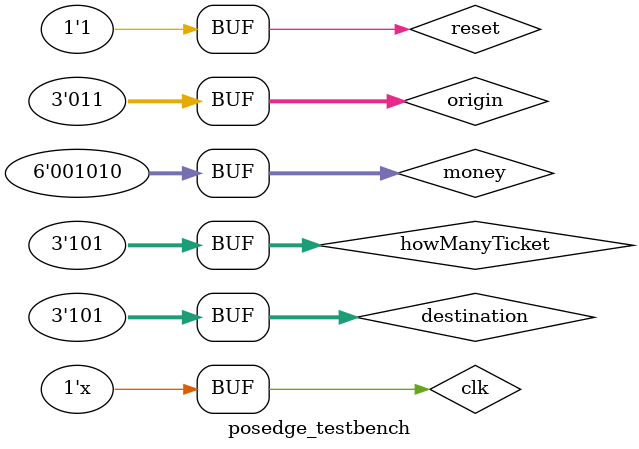
<source format=v>
module posedge_testbench() ;

reg        clk, reset ;
reg  [2:0] origin, destination, howManyTicket ;		    // 有五個車站(S1~S5)、票數(1~5張)
reg  [5:0] money ;				   					    // 目前投進的錢
wire [6:0] costOfTicket, moneyToPay, totalMoney ;

vending_machine vm( .clk(clk), .reset(reset), .howManyTicket(howManyTicket), .origin(origin), .destination(destination), .money(money), .costOfTicket(costOfTicket), .moneyToPay(moneyToPay), .totalMoney(totalMoney) ) ;
initial clk = 1'b0;
always #5 clk = ~clk;

initial begin
    // posedge 160ps
	// test1
		reset = 1 ;
	#5 reset = 0 ;
	    origin = 2 ;
	    destination = 5 ; // costOfTicket = 20	   
	#10 howManyTicket = 2 ; // 40元
	#10	money = 10 ; // totalMoney: 10, notEnoughMoney: 30
	#10 money = 10 ; // totalMoney: 20, notEnoughMoney: 20
	#10	reset = 1 ; // change(返還的錢): 20
	
	// test2
	#10	reset = 0 ;
	    origin = 1 ;
	    destination = 3 ; // costOfTicket = 15
	#10	reset = 1 ;
	
	// test3
	#10	reset = 0 ;
	    origin = 3 ;
	    destination = 5 ; // costOfTicket = 15	
	#10 howManyTicket = 5 ; // 75元
	#10	money = 50 ; // totalMoney: 50, notEnoughMoney: 25
	#10 money = 10 ; // totalMoney: 60, notEnoughMoney: 15
	#10 money = 5 ; // totalMoney: 65, notEnoughMoney: 10
	#10 money = 5 ; // totalMoney: 70, notEnoughMoney: 5
	#10 money = 10 ; // totalMoney: 80, notEnoughMoney: 0, change: 5, numOfTicket: 5
	#20	reset = 1 ;
end
endmodule
</source>
